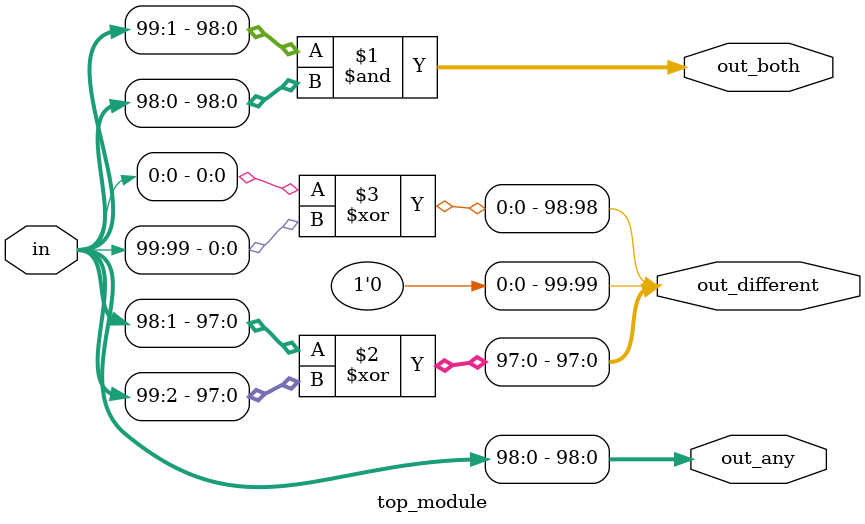
<source format=sv>
module top_module (
	input [99:0] in,
	output [98:0] out_both,
	output [99:1] out_any,
	output [99:0] out_different
);

	assign out_both = in[99:1] & in[98:0];
	assign out_any = in[99:0];
	assign out_different = {in[0] ^ in[99], in[98:1] ^ in[99:2]};

endmodule

</source>
